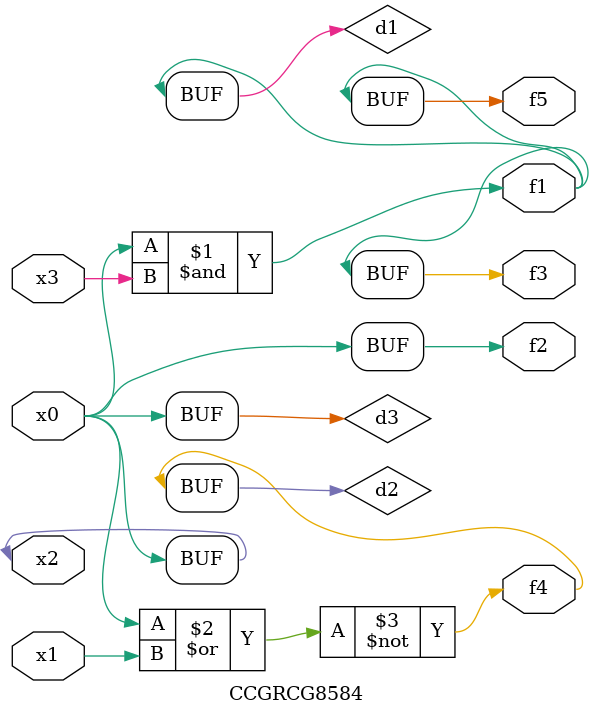
<source format=v>
module CCGRCG8584(
	input x0, x1, x2, x3,
	output f1, f2, f3, f4, f5
);

	wire d1, d2, d3;

	and (d1, x2, x3);
	nor (d2, x0, x1);
	buf (d3, x0, x2);
	assign f1 = d1;
	assign f2 = d3;
	assign f3 = d1;
	assign f4 = d2;
	assign f5 = d1;
endmodule

</source>
